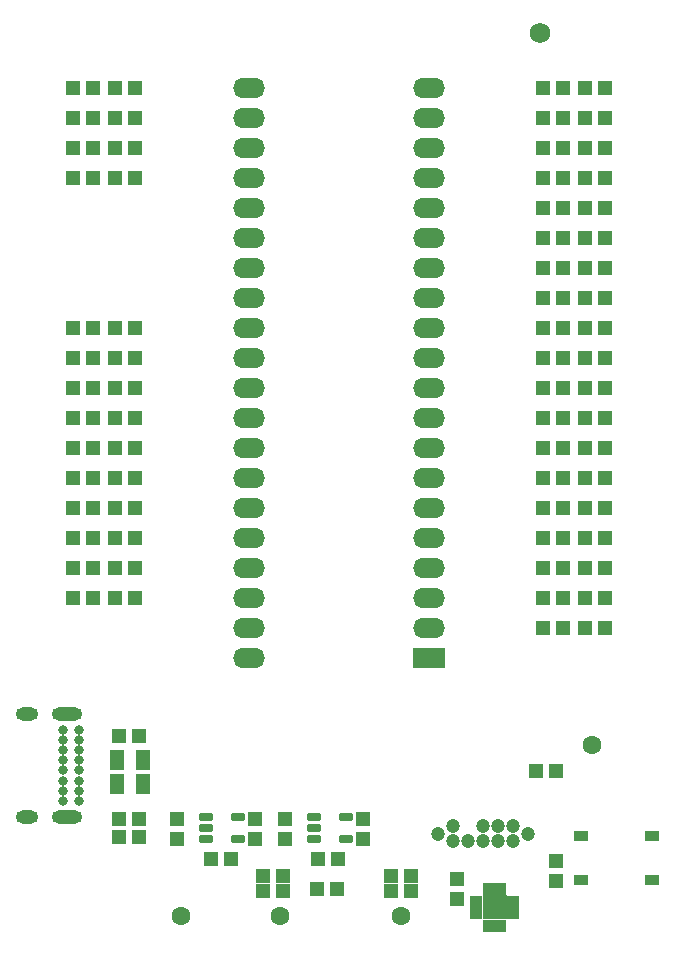
<source format=gts>
G04*
G04 #@! TF.GenerationSoftware,Altium Limited,Altium Designer,19.1.8 (144)*
G04*
G04 Layer_Color=8388736*
%FSLAX25Y25*%
%MOIN*%
G70*
G01*
G75*
%ADD21C,0.04737*%
%ADD22R,0.04800X0.03800*%
%ADD23R,0.04737X0.06706*%
%ADD24R,0.04737X0.05131*%
%ADD25R,0.05131X0.04737*%
%ADD26R,0.04343X0.01981*%
%ADD27R,0.01981X0.04343*%
%ADD28R,0.07887X0.07887*%
G04:AMPARAMS|DCode=29|XSize=47.37mil|YSize=29.65mil|CornerRadius=9.41mil|HoleSize=0mil|Usage=FLASHONLY|Rotation=0.000|XOffset=0mil|YOffset=0mil|HoleType=Round|Shape=RoundedRectangle|*
%AMROUNDEDRECTD29*
21,1,0.04737,0.01083,0,0,0.0*
21,1,0.02854,0.02965,0,0,0.0*
1,1,0.01883,0.01427,-0.00541*
1,1,0.01883,-0.01427,-0.00541*
1,1,0.01883,-0.01427,0.00541*
1,1,0.01883,0.01427,0.00541*
%
%ADD29ROUNDEDRECTD29*%
%ADD30C,0.06800*%
%ADD31O,0.10642X0.06706*%
%ADD32R,0.10642X0.06706*%
%ADD33C,0.06312*%
%ADD34O,0.07493X0.04343*%
%ADD35O,0.10249X0.04343*%
%ADD36O,0.03359X0.03241*%
%ADD37C,0.02769*%
D21*
X347878Y206000D02*
D03*
X342878D02*
D03*
X337878D02*
D03*
X332878D02*
D03*
X327878D02*
D03*
X337878Y211000D02*
D03*
X342878D02*
D03*
X347878D02*
D03*
X327878D02*
D03*
X322878Y208500D02*
D03*
X352878D02*
D03*
D22*
X394311Y207882D02*
D03*
Y193118D02*
D03*
X370689D02*
D03*
Y207882D02*
D03*
D23*
X224831Y233000D02*
D03*
X216169D02*
D03*
X224831Y225000D02*
D03*
X216169D02*
D03*
D24*
X272000Y213347D02*
D03*
Y206653D02*
D03*
X329500Y193347D02*
D03*
Y186653D02*
D03*
X298000Y206653D02*
D03*
Y213347D02*
D03*
X236000Y206653D02*
D03*
Y213347D02*
D03*
X262000Y206653D02*
D03*
Y213347D02*
D03*
X362500Y199346D02*
D03*
Y192654D02*
D03*
D25*
X289347Y190000D02*
D03*
X282653D02*
D03*
X283154Y200000D02*
D03*
X289846D02*
D03*
X254000D02*
D03*
X247307D02*
D03*
X355654Y229500D02*
D03*
X362347D02*
D03*
X314000Y189500D02*
D03*
X307307D02*
D03*
X314000Y194500D02*
D03*
X307307D02*
D03*
X216653Y241000D02*
D03*
X223346D02*
D03*
X216653Y207500D02*
D03*
X223346D02*
D03*
X216653Y213500D02*
D03*
X223346D02*
D03*
X271346Y194500D02*
D03*
X264653D02*
D03*
X271346Y189500D02*
D03*
X264653D02*
D03*
X208000Y457000D02*
D03*
X201307D02*
D03*
X208000Y447000D02*
D03*
X201307D02*
D03*
X208000Y437000D02*
D03*
X201307D02*
D03*
X208000Y427000D02*
D03*
X201307D02*
D03*
X208000Y377000D02*
D03*
X201307D02*
D03*
X208000Y367000D02*
D03*
X201307D02*
D03*
X208000Y357000D02*
D03*
X201307D02*
D03*
X208000Y347000D02*
D03*
X201307D02*
D03*
X208000Y337000D02*
D03*
X201307D02*
D03*
X208000Y327000D02*
D03*
X201307D02*
D03*
X208000Y317000D02*
D03*
X201307D02*
D03*
X208000Y307000D02*
D03*
X201307D02*
D03*
X208000Y297000D02*
D03*
X201307D02*
D03*
X208000Y287000D02*
D03*
X201307D02*
D03*
X215307Y457000D02*
D03*
X222000D02*
D03*
X215307Y447000D02*
D03*
X222000D02*
D03*
X215307Y437000D02*
D03*
X222000D02*
D03*
X215307Y427000D02*
D03*
X222000D02*
D03*
X215307Y377000D02*
D03*
X222000D02*
D03*
X215307Y367000D02*
D03*
X222000D02*
D03*
X215307Y357000D02*
D03*
X222000D02*
D03*
X215307Y347000D02*
D03*
X222000D02*
D03*
X215307Y337000D02*
D03*
X222000D02*
D03*
X215307Y327000D02*
D03*
X222000D02*
D03*
X215307Y317000D02*
D03*
X222000D02*
D03*
X215307Y307000D02*
D03*
X222000D02*
D03*
X215307Y297000D02*
D03*
X222000D02*
D03*
X215307Y287000D02*
D03*
X222000D02*
D03*
X358154Y457000D02*
D03*
X364846D02*
D03*
X358154Y447000D02*
D03*
X364846D02*
D03*
X358154Y437000D02*
D03*
X364846D02*
D03*
X358154Y427000D02*
D03*
X364846D02*
D03*
X358154Y417000D02*
D03*
X364846D02*
D03*
X358154Y407000D02*
D03*
X364846D02*
D03*
X358154Y397000D02*
D03*
X364846D02*
D03*
X358154Y387000D02*
D03*
X364846D02*
D03*
X358154Y377000D02*
D03*
X364846D02*
D03*
X358154Y367000D02*
D03*
X364846D02*
D03*
X358154Y357000D02*
D03*
X364846D02*
D03*
X358154Y347000D02*
D03*
X364846D02*
D03*
X358154Y337000D02*
D03*
X364846D02*
D03*
X358154Y327000D02*
D03*
X364846D02*
D03*
X358154Y317000D02*
D03*
X364846D02*
D03*
X358154Y307000D02*
D03*
X364846D02*
D03*
X358154Y297000D02*
D03*
X364846D02*
D03*
X358154Y287000D02*
D03*
X364846D02*
D03*
X358154Y277000D02*
D03*
X364846D02*
D03*
X372153Y397000D02*
D03*
X378847D02*
D03*
X372153Y387000D02*
D03*
X378847D02*
D03*
X372153Y377000D02*
D03*
X378847D02*
D03*
X372153Y367000D02*
D03*
X378847D02*
D03*
X372153Y357000D02*
D03*
X378847D02*
D03*
X372153Y347000D02*
D03*
X378847D02*
D03*
X372153Y337000D02*
D03*
X378847D02*
D03*
X372153Y327000D02*
D03*
X378847D02*
D03*
X372153Y317000D02*
D03*
X378847D02*
D03*
X372153Y307000D02*
D03*
X378847D02*
D03*
X372153Y407000D02*
D03*
X378847D02*
D03*
X372153Y417000D02*
D03*
X378847D02*
D03*
X372153Y427000D02*
D03*
X378847D02*
D03*
X372153Y437000D02*
D03*
X378847D02*
D03*
X372153Y447000D02*
D03*
X378847D02*
D03*
X372153Y457000D02*
D03*
X378847D02*
D03*
X372153Y297000D02*
D03*
X378847D02*
D03*
X372153Y287000D02*
D03*
X378847D02*
D03*
X372153Y277000D02*
D03*
X378847D02*
D03*
D26*
X335776Y186953D02*
D03*
Y184984D02*
D03*
Y183016D02*
D03*
Y181047D02*
D03*
X347981D02*
D03*
Y183016D02*
D03*
Y184984D02*
D03*
Y186953D02*
D03*
D27*
X338926Y177898D02*
D03*
X340894D02*
D03*
X342863D02*
D03*
X344831D02*
D03*
Y190102D02*
D03*
X342863D02*
D03*
X340894D02*
D03*
X338926D02*
D03*
D28*
X341878Y184000D02*
D03*
D29*
X292315Y206760D02*
D03*
Y214240D02*
D03*
X281685Y206760D02*
D03*
Y210500D02*
D03*
Y214240D02*
D03*
X256315Y206760D02*
D03*
Y214240D02*
D03*
X245685Y206760D02*
D03*
Y210500D02*
D03*
Y214240D02*
D03*
D30*
X357000Y475500D02*
D03*
D31*
X260000Y457000D02*
D03*
Y447000D02*
D03*
Y437000D02*
D03*
Y427000D02*
D03*
Y417000D02*
D03*
Y407000D02*
D03*
Y397000D02*
D03*
Y387000D02*
D03*
Y377000D02*
D03*
Y367000D02*
D03*
Y357000D02*
D03*
Y347000D02*
D03*
Y337000D02*
D03*
Y327000D02*
D03*
Y317000D02*
D03*
Y307000D02*
D03*
Y297000D02*
D03*
Y287000D02*
D03*
Y277000D02*
D03*
Y267000D02*
D03*
X320000Y457000D02*
D03*
Y447000D02*
D03*
Y437000D02*
D03*
Y427000D02*
D03*
Y417000D02*
D03*
Y407000D02*
D03*
Y397000D02*
D03*
Y387000D02*
D03*
Y377000D02*
D03*
Y367000D02*
D03*
Y357000D02*
D03*
Y347000D02*
D03*
Y337000D02*
D03*
Y327000D02*
D03*
Y317000D02*
D03*
Y307000D02*
D03*
Y297000D02*
D03*
Y287000D02*
D03*
Y277000D02*
D03*
D32*
Y267000D02*
D03*
D33*
X270500Y181000D02*
D03*
X237500D02*
D03*
X374500Y238000D02*
D03*
X310653Y181000D02*
D03*
D34*
X186149Y248355D02*
D03*
Y214299D02*
D03*
D35*
X199456D02*
D03*
Y248355D02*
D03*
D36*
X198000Y243040D02*
D03*
Y239693D02*
D03*
Y236347D02*
D03*
Y233000D02*
D03*
Y229654D02*
D03*
Y226307D02*
D03*
Y222961D02*
D03*
Y219614D02*
D03*
X203314D02*
D03*
Y222961D02*
D03*
Y226307D02*
D03*
Y229654D02*
D03*
Y233000D02*
D03*
Y236347D02*
D03*
Y239693D02*
D03*
Y243040D02*
D03*
D37*
X337878Y211000D02*
D03*
X342878D02*
D03*
Y206000D02*
D03*
X337878D02*
D03*
X332878D02*
D03*
X327878D02*
D03*
X347878Y211000D02*
D03*
Y206000D02*
D03*
X339713Y186165D02*
D03*
X344044D02*
D03*
X339713Y181835D02*
D03*
X344044D02*
D03*
M02*

</source>
